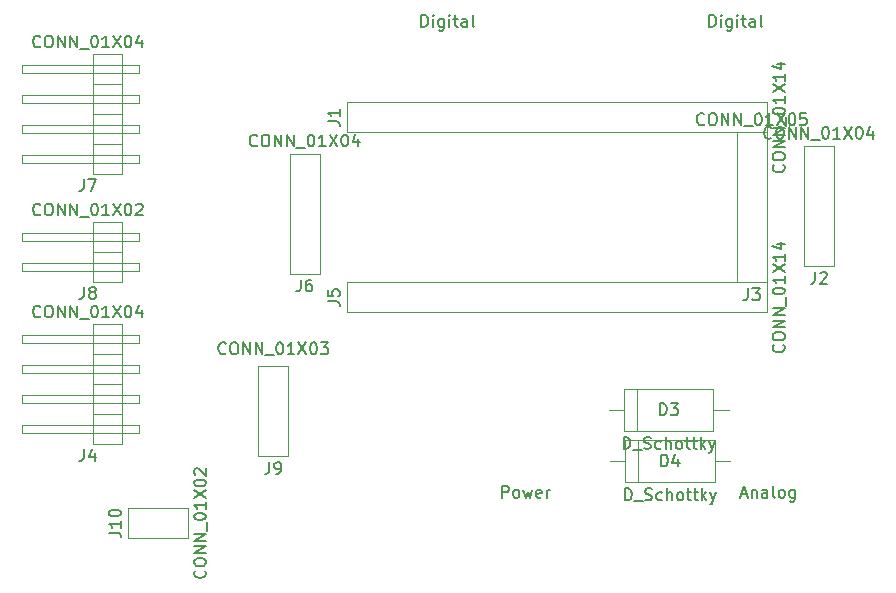
<source format=gbr>
G04 #@! TF.FileFunction,Other,Fab,Top*
%FSLAX46Y46*%
G04 Gerber Fmt 4.6, Leading zero omitted, Abs format (unit mm)*
G04 Created by KiCad (PCBNEW 4.0.6) date 06/20/17 12:27:11*
%MOMM*%
%LPD*%
G01*
G04 APERTURE LIST*
%ADD10C,0.100000*%
%ADD11C,0.150000*%
G04 APERTURE END LIST*
D10*
X132718000Y-89277000D02*
X168278000Y-89277000D01*
X168278000Y-89277000D02*
X168278000Y-86737000D01*
X168278000Y-86737000D02*
X132718000Y-86737000D01*
X132718000Y-86737000D02*
X132718000Y-89277000D01*
X173968000Y-100585000D02*
X173968000Y-90425000D01*
X173968000Y-90425000D02*
X171428000Y-90425000D01*
X171428000Y-90425000D02*
X171428000Y-100585000D01*
X171428000Y-100585000D02*
X173968000Y-100585000D01*
X168278000Y-101977000D02*
X168278000Y-89277000D01*
X168278000Y-89277000D02*
X165738000Y-89277000D01*
X165738000Y-89277000D02*
X165738000Y-101977000D01*
X165738000Y-101977000D02*
X168278000Y-101977000D01*
X132718000Y-104517000D02*
X168278000Y-104517000D01*
X168278000Y-104517000D02*
X168278000Y-101977000D01*
X168278000Y-101977000D02*
X132718000Y-101977000D01*
X132718000Y-101977000D02*
X132718000Y-104517000D01*
X130418000Y-101235000D02*
X130418000Y-91075000D01*
X130418000Y-91075000D02*
X127878000Y-91075000D01*
X127878000Y-91075000D02*
X127878000Y-101235000D01*
X127878000Y-101235000D02*
X130418000Y-101235000D01*
X113717000Y-92793200D02*
X113717000Y-90253200D01*
X113717000Y-90253200D02*
X111217000Y-90253200D01*
X111217000Y-90253200D02*
X111217000Y-92793200D01*
X111217000Y-92793200D02*
X113717000Y-92793200D01*
X115117000Y-91843200D02*
X115117000Y-91203200D01*
X115117000Y-91203200D02*
X105217000Y-91203200D01*
X105217000Y-91203200D02*
X105217000Y-91843200D01*
X105217000Y-91843200D02*
X115117000Y-91843200D01*
X113717000Y-90253200D02*
X113717000Y-87713200D01*
X113717000Y-87713200D02*
X111217000Y-87713200D01*
X111217000Y-87713200D02*
X111217000Y-90253200D01*
X111217000Y-90253200D02*
X113717000Y-90253200D01*
X115117000Y-89303200D02*
X115117000Y-88663200D01*
X115117000Y-88663200D02*
X105217000Y-88663200D01*
X105217000Y-88663200D02*
X105217000Y-89303200D01*
X105217000Y-89303200D02*
X115117000Y-89303200D01*
X113717000Y-87713200D02*
X113717000Y-85173200D01*
X113717000Y-85173200D02*
X111217000Y-85173200D01*
X111217000Y-85173200D02*
X111217000Y-87713200D01*
X111217000Y-87713200D02*
X113717000Y-87713200D01*
X115117000Y-86763200D02*
X115117000Y-86123200D01*
X115117000Y-86123200D02*
X105217000Y-86123200D01*
X105217000Y-86123200D02*
X105217000Y-86763200D01*
X105217000Y-86763200D02*
X115117000Y-86763200D01*
X113717000Y-85173200D02*
X113717000Y-82633200D01*
X113717000Y-82633200D02*
X111217000Y-82633200D01*
X111217000Y-82633200D02*
X111217000Y-85173200D01*
X111217000Y-85173200D02*
X113717000Y-85173200D01*
X115117000Y-84223200D02*
X115117000Y-83583200D01*
X115117000Y-83583200D02*
X105217000Y-83583200D01*
X105217000Y-83583200D02*
X105217000Y-84223200D01*
X105217000Y-84223200D02*
X115117000Y-84223200D01*
X113717000Y-101937000D02*
X113717000Y-99397000D01*
X113717000Y-99397000D02*
X111217000Y-99397000D01*
X111217000Y-99397000D02*
X111217000Y-101937000D01*
X111217000Y-101937000D02*
X113717000Y-101937000D01*
X115117000Y-100987000D02*
X115117000Y-100347000D01*
X115117000Y-100347000D02*
X105217000Y-100347000D01*
X105217000Y-100347000D02*
X105217000Y-100987000D01*
X105217000Y-100987000D02*
X115117000Y-100987000D01*
X113717000Y-99397000D02*
X113717000Y-96857000D01*
X113717000Y-96857000D02*
X111217000Y-96857000D01*
X111217000Y-96857000D02*
X111217000Y-99397000D01*
X111217000Y-99397000D02*
X113717000Y-99397000D01*
X115117000Y-98447000D02*
X115117000Y-97807000D01*
X115117000Y-97807000D02*
X105217000Y-97807000D01*
X105217000Y-97807000D02*
X105217000Y-98447000D01*
X105217000Y-98447000D02*
X115117000Y-98447000D01*
X113717000Y-115653000D02*
X113717000Y-113113000D01*
X113717000Y-113113000D02*
X111217000Y-113113000D01*
X111217000Y-113113000D02*
X111217000Y-115653000D01*
X111217000Y-115653000D02*
X113717000Y-115653000D01*
X115117000Y-114703000D02*
X115117000Y-114063000D01*
X115117000Y-114063000D02*
X105217000Y-114063000D01*
X105217000Y-114063000D02*
X105217000Y-114703000D01*
X105217000Y-114703000D02*
X115117000Y-114703000D01*
X113717000Y-113113000D02*
X113717000Y-110573000D01*
X113717000Y-110573000D02*
X111217000Y-110573000D01*
X111217000Y-110573000D02*
X111217000Y-113113000D01*
X111217000Y-113113000D02*
X113717000Y-113113000D01*
X115117000Y-112163000D02*
X115117000Y-111523000D01*
X115117000Y-111523000D02*
X105217000Y-111523000D01*
X105217000Y-111523000D02*
X105217000Y-112163000D01*
X105217000Y-112163000D02*
X115117000Y-112163000D01*
X113717000Y-110573000D02*
X113717000Y-108033000D01*
X113717000Y-108033000D02*
X111217000Y-108033000D01*
X111217000Y-108033000D02*
X111217000Y-110573000D01*
X111217000Y-110573000D02*
X113717000Y-110573000D01*
X115117000Y-109623000D02*
X115117000Y-108983000D01*
X115117000Y-108983000D02*
X105217000Y-108983000D01*
X105217000Y-108983000D02*
X105217000Y-109623000D01*
X105217000Y-109623000D02*
X115117000Y-109623000D01*
X113717000Y-108033000D02*
X113717000Y-105493000D01*
X113717000Y-105493000D02*
X111217000Y-105493000D01*
X111217000Y-105493000D02*
X111217000Y-108033000D01*
X111217000Y-108033000D02*
X113717000Y-108033000D01*
X115117000Y-107083000D02*
X115117000Y-106443000D01*
X115117000Y-106443000D02*
X105217000Y-106443000D01*
X105217000Y-106443000D02*
X105217000Y-107083000D01*
X105217000Y-107083000D02*
X115117000Y-107083000D01*
X127768000Y-116675000D02*
X127768000Y-109055000D01*
X127768000Y-109055000D02*
X125228000Y-109055000D01*
X125228000Y-109055000D02*
X125228000Y-116675000D01*
X125228000Y-116675000D02*
X127768000Y-116675000D01*
X114188000Y-123635000D02*
X119268000Y-123635000D01*
X119268000Y-123635000D02*
X119268000Y-121095000D01*
X119268000Y-121095000D02*
X114188000Y-121095000D01*
X114188000Y-121095000D02*
X114188000Y-123635000D01*
X156278000Y-115315000D02*
X156278000Y-118915000D01*
X156278000Y-118915000D02*
X163878000Y-118915000D01*
X163878000Y-118915000D02*
X163878000Y-115315000D01*
X163878000Y-115315000D02*
X156278000Y-115315000D01*
X154998000Y-117115000D02*
X156278000Y-117115000D01*
X165158000Y-117115000D02*
X163878000Y-117115000D01*
X157418000Y-115315000D02*
X157418000Y-118915000D01*
X156168000Y-110965000D02*
X156168000Y-114565000D01*
X156168000Y-114565000D02*
X163768000Y-114565000D01*
X163768000Y-114565000D02*
X163768000Y-110965000D01*
X163768000Y-110965000D02*
X156168000Y-110965000D01*
X154888000Y-112765000D02*
X156168000Y-112765000D01*
X165048000Y-112765000D02*
X163768000Y-112765000D01*
X157308000Y-110965000D02*
X157308000Y-114565000D01*
D11*
X145851809Y-120213381D02*
X145851809Y-119213381D01*
X146232762Y-119213381D01*
X146328000Y-119261000D01*
X146375619Y-119308619D01*
X146423238Y-119403857D01*
X146423238Y-119546714D01*
X146375619Y-119641952D01*
X146328000Y-119689571D01*
X146232762Y-119737190D01*
X145851809Y-119737190D01*
X146994666Y-120213381D02*
X146899428Y-120165762D01*
X146851809Y-120118143D01*
X146804190Y-120022905D01*
X146804190Y-119737190D01*
X146851809Y-119641952D01*
X146899428Y-119594333D01*
X146994666Y-119546714D01*
X147137524Y-119546714D01*
X147232762Y-119594333D01*
X147280381Y-119641952D01*
X147328000Y-119737190D01*
X147328000Y-120022905D01*
X147280381Y-120118143D01*
X147232762Y-120165762D01*
X147137524Y-120213381D01*
X146994666Y-120213381D01*
X147661333Y-119546714D02*
X147851809Y-120213381D01*
X148042286Y-119737190D01*
X148232762Y-120213381D01*
X148423238Y-119546714D01*
X149185143Y-120165762D02*
X149089905Y-120213381D01*
X148899428Y-120213381D01*
X148804190Y-120165762D01*
X148756571Y-120070524D01*
X148756571Y-119689571D01*
X148804190Y-119594333D01*
X148899428Y-119546714D01*
X149089905Y-119546714D01*
X149185143Y-119594333D01*
X149232762Y-119689571D01*
X149232762Y-119784810D01*
X148756571Y-119880048D01*
X149661333Y-120213381D02*
X149661333Y-119546714D01*
X149661333Y-119737190D02*
X149708952Y-119641952D01*
X149756571Y-119594333D01*
X149851809Y-119546714D01*
X149947048Y-119546714D01*
X166092476Y-119927667D02*
X166568667Y-119927667D01*
X165997238Y-120213381D02*
X166330571Y-119213381D01*
X166663905Y-120213381D01*
X166997238Y-119546714D02*
X166997238Y-120213381D01*
X166997238Y-119641952D02*
X167044857Y-119594333D01*
X167140095Y-119546714D01*
X167282953Y-119546714D01*
X167378191Y-119594333D01*
X167425810Y-119689571D01*
X167425810Y-120213381D01*
X168330572Y-120213381D02*
X168330572Y-119689571D01*
X168282953Y-119594333D01*
X168187715Y-119546714D01*
X167997238Y-119546714D01*
X167902000Y-119594333D01*
X168330572Y-120165762D02*
X168235334Y-120213381D01*
X167997238Y-120213381D01*
X167902000Y-120165762D01*
X167854381Y-120070524D01*
X167854381Y-119975286D01*
X167902000Y-119880048D01*
X167997238Y-119832429D01*
X168235334Y-119832429D01*
X168330572Y-119784810D01*
X168949619Y-120213381D02*
X168854381Y-120165762D01*
X168806762Y-120070524D01*
X168806762Y-119213381D01*
X169473429Y-120213381D02*
X169378191Y-120165762D01*
X169330572Y-120118143D01*
X169282953Y-120022905D01*
X169282953Y-119737190D01*
X169330572Y-119641952D01*
X169378191Y-119594333D01*
X169473429Y-119546714D01*
X169616287Y-119546714D01*
X169711525Y-119594333D01*
X169759144Y-119641952D01*
X169806763Y-119737190D01*
X169806763Y-120022905D01*
X169759144Y-120118143D01*
X169711525Y-120165762D01*
X169616287Y-120213381D01*
X169473429Y-120213381D01*
X170663906Y-119546714D02*
X170663906Y-120356238D01*
X170616287Y-120451476D01*
X170568668Y-120499095D01*
X170473429Y-120546714D01*
X170330572Y-120546714D01*
X170235334Y-120499095D01*
X170663906Y-120165762D02*
X170568668Y-120213381D01*
X170378191Y-120213381D01*
X170282953Y-120165762D01*
X170235334Y-120118143D01*
X170187715Y-120022905D01*
X170187715Y-119737190D01*
X170235334Y-119641952D01*
X170282953Y-119594333D01*
X170378191Y-119546714D01*
X170568668Y-119546714D01*
X170663906Y-119594333D01*
X139033524Y-80335381D02*
X139033524Y-79335381D01*
X139271619Y-79335381D01*
X139414477Y-79383000D01*
X139509715Y-79478238D01*
X139557334Y-79573476D01*
X139604953Y-79763952D01*
X139604953Y-79906810D01*
X139557334Y-80097286D01*
X139509715Y-80192524D01*
X139414477Y-80287762D01*
X139271619Y-80335381D01*
X139033524Y-80335381D01*
X140033524Y-80335381D02*
X140033524Y-79668714D01*
X140033524Y-79335381D02*
X139985905Y-79383000D01*
X140033524Y-79430619D01*
X140081143Y-79383000D01*
X140033524Y-79335381D01*
X140033524Y-79430619D01*
X140938286Y-79668714D02*
X140938286Y-80478238D01*
X140890667Y-80573476D01*
X140843048Y-80621095D01*
X140747809Y-80668714D01*
X140604952Y-80668714D01*
X140509714Y-80621095D01*
X140938286Y-80287762D02*
X140843048Y-80335381D01*
X140652571Y-80335381D01*
X140557333Y-80287762D01*
X140509714Y-80240143D01*
X140462095Y-80144905D01*
X140462095Y-79859190D01*
X140509714Y-79763952D01*
X140557333Y-79716333D01*
X140652571Y-79668714D01*
X140843048Y-79668714D01*
X140938286Y-79716333D01*
X141414476Y-80335381D02*
X141414476Y-79668714D01*
X141414476Y-79335381D02*
X141366857Y-79383000D01*
X141414476Y-79430619D01*
X141462095Y-79383000D01*
X141414476Y-79335381D01*
X141414476Y-79430619D01*
X141747809Y-79668714D02*
X142128761Y-79668714D01*
X141890666Y-79335381D02*
X141890666Y-80192524D01*
X141938285Y-80287762D01*
X142033523Y-80335381D01*
X142128761Y-80335381D01*
X142890667Y-80335381D02*
X142890667Y-79811571D01*
X142843048Y-79716333D01*
X142747810Y-79668714D01*
X142557333Y-79668714D01*
X142462095Y-79716333D01*
X142890667Y-80287762D02*
X142795429Y-80335381D01*
X142557333Y-80335381D01*
X142462095Y-80287762D01*
X142414476Y-80192524D01*
X142414476Y-80097286D01*
X142462095Y-80002048D01*
X142557333Y-79954429D01*
X142795429Y-79954429D01*
X142890667Y-79906810D01*
X143509714Y-80335381D02*
X143414476Y-80287762D01*
X143366857Y-80192524D01*
X143366857Y-79335381D01*
X163417524Y-80335381D02*
X163417524Y-79335381D01*
X163655619Y-79335381D01*
X163798477Y-79383000D01*
X163893715Y-79478238D01*
X163941334Y-79573476D01*
X163988953Y-79763952D01*
X163988953Y-79906810D01*
X163941334Y-80097286D01*
X163893715Y-80192524D01*
X163798477Y-80287762D01*
X163655619Y-80335381D01*
X163417524Y-80335381D01*
X164417524Y-80335381D02*
X164417524Y-79668714D01*
X164417524Y-79335381D02*
X164369905Y-79383000D01*
X164417524Y-79430619D01*
X164465143Y-79383000D01*
X164417524Y-79335381D01*
X164417524Y-79430619D01*
X165322286Y-79668714D02*
X165322286Y-80478238D01*
X165274667Y-80573476D01*
X165227048Y-80621095D01*
X165131809Y-80668714D01*
X164988952Y-80668714D01*
X164893714Y-80621095D01*
X165322286Y-80287762D02*
X165227048Y-80335381D01*
X165036571Y-80335381D01*
X164941333Y-80287762D01*
X164893714Y-80240143D01*
X164846095Y-80144905D01*
X164846095Y-79859190D01*
X164893714Y-79763952D01*
X164941333Y-79716333D01*
X165036571Y-79668714D01*
X165227048Y-79668714D01*
X165322286Y-79716333D01*
X165798476Y-80335381D02*
X165798476Y-79668714D01*
X165798476Y-79335381D02*
X165750857Y-79383000D01*
X165798476Y-79430619D01*
X165846095Y-79383000D01*
X165798476Y-79335381D01*
X165798476Y-79430619D01*
X166131809Y-79668714D02*
X166512761Y-79668714D01*
X166274666Y-79335381D02*
X166274666Y-80192524D01*
X166322285Y-80287762D01*
X166417523Y-80335381D01*
X166512761Y-80335381D01*
X167274667Y-80335381D02*
X167274667Y-79811571D01*
X167227048Y-79716333D01*
X167131810Y-79668714D01*
X166941333Y-79668714D01*
X166846095Y-79716333D01*
X167274667Y-80287762D02*
X167179429Y-80335381D01*
X166941333Y-80335381D01*
X166846095Y-80287762D01*
X166798476Y-80192524D01*
X166798476Y-80097286D01*
X166846095Y-80002048D01*
X166941333Y-79954429D01*
X167179429Y-79954429D01*
X167274667Y-79906810D01*
X167893714Y-80335381D02*
X167798476Y-80287762D01*
X167750857Y-80192524D01*
X167750857Y-79335381D01*
X169695143Y-92030809D02*
X169742762Y-92078428D01*
X169790381Y-92221285D01*
X169790381Y-92316523D01*
X169742762Y-92459381D01*
X169647524Y-92554619D01*
X169552286Y-92602238D01*
X169361810Y-92649857D01*
X169218952Y-92649857D01*
X169028476Y-92602238D01*
X168933238Y-92554619D01*
X168838000Y-92459381D01*
X168790381Y-92316523D01*
X168790381Y-92221285D01*
X168838000Y-92078428D01*
X168885619Y-92030809D01*
X168790381Y-91411762D02*
X168790381Y-91221285D01*
X168838000Y-91126047D01*
X168933238Y-91030809D01*
X169123714Y-90983190D01*
X169457048Y-90983190D01*
X169647524Y-91030809D01*
X169742762Y-91126047D01*
X169790381Y-91221285D01*
X169790381Y-91411762D01*
X169742762Y-91507000D01*
X169647524Y-91602238D01*
X169457048Y-91649857D01*
X169123714Y-91649857D01*
X168933238Y-91602238D01*
X168838000Y-91507000D01*
X168790381Y-91411762D01*
X169790381Y-90554619D02*
X168790381Y-90554619D01*
X169790381Y-89983190D01*
X168790381Y-89983190D01*
X169790381Y-89507000D02*
X168790381Y-89507000D01*
X169790381Y-88935571D01*
X168790381Y-88935571D01*
X169885619Y-88697476D02*
X169885619Y-87935571D01*
X168790381Y-87507000D02*
X168790381Y-87411761D01*
X168838000Y-87316523D01*
X168885619Y-87268904D01*
X168980857Y-87221285D01*
X169171333Y-87173666D01*
X169409429Y-87173666D01*
X169599905Y-87221285D01*
X169695143Y-87268904D01*
X169742762Y-87316523D01*
X169790381Y-87411761D01*
X169790381Y-87507000D01*
X169742762Y-87602238D01*
X169695143Y-87649857D01*
X169599905Y-87697476D01*
X169409429Y-87745095D01*
X169171333Y-87745095D01*
X168980857Y-87697476D01*
X168885619Y-87649857D01*
X168838000Y-87602238D01*
X168790381Y-87507000D01*
X169790381Y-86221285D02*
X169790381Y-86792714D01*
X169790381Y-86507000D02*
X168790381Y-86507000D01*
X168933238Y-86602238D01*
X169028476Y-86697476D01*
X169076095Y-86792714D01*
X168790381Y-85887952D02*
X169790381Y-85221285D01*
X168790381Y-85221285D02*
X169790381Y-85887952D01*
X169790381Y-84316523D02*
X169790381Y-84887952D01*
X169790381Y-84602238D02*
X168790381Y-84602238D01*
X168933238Y-84697476D01*
X169028476Y-84792714D01*
X169076095Y-84887952D01*
X169123714Y-83459380D02*
X169790381Y-83459380D01*
X168742762Y-83697476D02*
X169457048Y-83935571D01*
X169457048Y-83316523D01*
X131110381Y-88340333D02*
X131824667Y-88340333D01*
X131967524Y-88387953D01*
X132062762Y-88483191D01*
X132110381Y-88626048D01*
X132110381Y-88721286D01*
X132110381Y-87340333D02*
X132110381Y-87911762D01*
X132110381Y-87626048D02*
X131110381Y-87626048D01*
X131253238Y-87721286D01*
X131348476Y-87816524D01*
X131396095Y-87911762D01*
X168674191Y-89722143D02*
X168626572Y-89769762D01*
X168483715Y-89817381D01*
X168388477Y-89817381D01*
X168245619Y-89769762D01*
X168150381Y-89674524D01*
X168102762Y-89579286D01*
X168055143Y-89388810D01*
X168055143Y-89245952D01*
X168102762Y-89055476D01*
X168150381Y-88960238D01*
X168245619Y-88865000D01*
X168388477Y-88817381D01*
X168483715Y-88817381D01*
X168626572Y-88865000D01*
X168674191Y-88912619D01*
X169293238Y-88817381D02*
X169483715Y-88817381D01*
X169578953Y-88865000D01*
X169674191Y-88960238D01*
X169721810Y-89150714D01*
X169721810Y-89484048D01*
X169674191Y-89674524D01*
X169578953Y-89769762D01*
X169483715Y-89817381D01*
X169293238Y-89817381D01*
X169198000Y-89769762D01*
X169102762Y-89674524D01*
X169055143Y-89484048D01*
X169055143Y-89150714D01*
X169102762Y-88960238D01*
X169198000Y-88865000D01*
X169293238Y-88817381D01*
X170150381Y-89817381D02*
X170150381Y-88817381D01*
X170721810Y-89817381D01*
X170721810Y-88817381D01*
X171198000Y-89817381D02*
X171198000Y-88817381D01*
X171769429Y-89817381D01*
X171769429Y-88817381D01*
X172007524Y-89912619D02*
X172769429Y-89912619D01*
X173198000Y-88817381D02*
X173293239Y-88817381D01*
X173388477Y-88865000D01*
X173436096Y-88912619D01*
X173483715Y-89007857D01*
X173531334Y-89198333D01*
X173531334Y-89436429D01*
X173483715Y-89626905D01*
X173436096Y-89722143D01*
X173388477Y-89769762D01*
X173293239Y-89817381D01*
X173198000Y-89817381D01*
X173102762Y-89769762D01*
X173055143Y-89722143D01*
X173007524Y-89626905D01*
X172959905Y-89436429D01*
X172959905Y-89198333D01*
X173007524Y-89007857D01*
X173055143Y-88912619D01*
X173102762Y-88865000D01*
X173198000Y-88817381D01*
X174483715Y-89817381D02*
X173912286Y-89817381D01*
X174198000Y-89817381D02*
X174198000Y-88817381D01*
X174102762Y-88960238D01*
X174007524Y-89055476D01*
X173912286Y-89103095D01*
X174817048Y-88817381D02*
X175483715Y-89817381D01*
X175483715Y-88817381D02*
X174817048Y-89817381D01*
X176055143Y-88817381D02*
X176150382Y-88817381D01*
X176245620Y-88865000D01*
X176293239Y-88912619D01*
X176340858Y-89007857D01*
X176388477Y-89198333D01*
X176388477Y-89436429D01*
X176340858Y-89626905D01*
X176293239Y-89722143D01*
X176245620Y-89769762D01*
X176150382Y-89817381D01*
X176055143Y-89817381D01*
X175959905Y-89769762D01*
X175912286Y-89722143D01*
X175864667Y-89626905D01*
X175817048Y-89436429D01*
X175817048Y-89198333D01*
X175864667Y-89007857D01*
X175912286Y-88912619D01*
X175959905Y-88865000D01*
X176055143Y-88817381D01*
X177245620Y-89150714D02*
X177245620Y-89817381D01*
X177007524Y-88769762D02*
X176769429Y-89484048D01*
X177388477Y-89484048D01*
X172364667Y-101097381D02*
X172364667Y-101811667D01*
X172317047Y-101954524D01*
X172221809Y-102049762D01*
X172078952Y-102097381D01*
X171983714Y-102097381D01*
X172793238Y-101192619D02*
X172840857Y-101145000D01*
X172936095Y-101097381D01*
X173174191Y-101097381D01*
X173269429Y-101145000D01*
X173317048Y-101192619D01*
X173364667Y-101287857D01*
X173364667Y-101383095D01*
X173317048Y-101525952D01*
X172745619Y-102097381D01*
X173364667Y-102097381D01*
X162984191Y-88574143D02*
X162936572Y-88621762D01*
X162793715Y-88669381D01*
X162698477Y-88669381D01*
X162555619Y-88621762D01*
X162460381Y-88526524D01*
X162412762Y-88431286D01*
X162365143Y-88240810D01*
X162365143Y-88097952D01*
X162412762Y-87907476D01*
X162460381Y-87812238D01*
X162555619Y-87717000D01*
X162698477Y-87669381D01*
X162793715Y-87669381D01*
X162936572Y-87717000D01*
X162984191Y-87764619D01*
X163603238Y-87669381D02*
X163793715Y-87669381D01*
X163888953Y-87717000D01*
X163984191Y-87812238D01*
X164031810Y-88002714D01*
X164031810Y-88336048D01*
X163984191Y-88526524D01*
X163888953Y-88621762D01*
X163793715Y-88669381D01*
X163603238Y-88669381D01*
X163508000Y-88621762D01*
X163412762Y-88526524D01*
X163365143Y-88336048D01*
X163365143Y-88002714D01*
X163412762Y-87812238D01*
X163508000Y-87717000D01*
X163603238Y-87669381D01*
X164460381Y-88669381D02*
X164460381Y-87669381D01*
X165031810Y-88669381D01*
X165031810Y-87669381D01*
X165508000Y-88669381D02*
X165508000Y-87669381D01*
X166079429Y-88669381D01*
X166079429Y-87669381D01*
X166317524Y-88764619D02*
X167079429Y-88764619D01*
X167508000Y-87669381D02*
X167603239Y-87669381D01*
X167698477Y-87717000D01*
X167746096Y-87764619D01*
X167793715Y-87859857D01*
X167841334Y-88050333D01*
X167841334Y-88288429D01*
X167793715Y-88478905D01*
X167746096Y-88574143D01*
X167698477Y-88621762D01*
X167603239Y-88669381D01*
X167508000Y-88669381D01*
X167412762Y-88621762D01*
X167365143Y-88574143D01*
X167317524Y-88478905D01*
X167269905Y-88288429D01*
X167269905Y-88050333D01*
X167317524Y-87859857D01*
X167365143Y-87764619D01*
X167412762Y-87717000D01*
X167508000Y-87669381D01*
X168793715Y-88669381D02*
X168222286Y-88669381D01*
X168508000Y-88669381D02*
X168508000Y-87669381D01*
X168412762Y-87812238D01*
X168317524Y-87907476D01*
X168222286Y-87955095D01*
X169127048Y-87669381D02*
X169793715Y-88669381D01*
X169793715Y-87669381D02*
X169127048Y-88669381D01*
X170365143Y-87669381D02*
X170460382Y-87669381D01*
X170555620Y-87717000D01*
X170603239Y-87764619D01*
X170650858Y-87859857D01*
X170698477Y-88050333D01*
X170698477Y-88288429D01*
X170650858Y-88478905D01*
X170603239Y-88574143D01*
X170555620Y-88621762D01*
X170460382Y-88669381D01*
X170365143Y-88669381D01*
X170269905Y-88621762D01*
X170222286Y-88574143D01*
X170174667Y-88478905D01*
X170127048Y-88288429D01*
X170127048Y-88050333D01*
X170174667Y-87859857D01*
X170222286Y-87764619D01*
X170269905Y-87717000D01*
X170365143Y-87669381D01*
X171603239Y-87669381D02*
X171127048Y-87669381D01*
X171079429Y-88145571D01*
X171127048Y-88097952D01*
X171222286Y-88050333D01*
X171460382Y-88050333D01*
X171555620Y-88097952D01*
X171603239Y-88145571D01*
X171650858Y-88240810D01*
X171650858Y-88478905D01*
X171603239Y-88574143D01*
X171555620Y-88621762D01*
X171460382Y-88669381D01*
X171222286Y-88669381D01*
X171127048Y-88621762D01*
X171079429Y-88574143D01*
X166674667Y-102489381D02*
X166674667Y-103203667D01*
X166627047Y-103346524D01*
X166531809Y-103441762D01*
X166388952Y-103489381D01*
X166293714Y-103489381D01*
X167055619Y-102489381D02*
X167674667Y-102489381D01*
X167341333Y-102870333D01*
X167484191Y-102870333D01*
X167579429Y-102917952D01*
X167627048Y-102965571D01*
X167674667Y-103060810D01*
X167674667Y-103298905D01*
X167627048Y-103394143D01*
X167579429Y-103441762D01*
X167484191Y-103489381D01*
X167198476Y-103489381D01*
X167103238Y-103441762D01*
X167055619Y-103394143D01*
X169695143Y-107270809D02*
X169742762Y-107318428D01*
X169790381Y-107461285D01*
X169790381Y-107556523D01*
X169742762Y-107699381D01*
X169647524Y-107794619D01*
X169552286Y-107842238D01*
X169361810Y-107889857D01*
X169218952Y-107889857D01*
X169028476Y-107842238D01*
X168933238Y-107794619D01*
X168838000Y-107699381D01*
X168790381Y-107556523D01*
X168790381Y-107461285D01*
X168838000Y-107318428D01*
X168885619Y-107270809D01*
X168790381Y-106651762D02*
X168790381Y-106461285D01*
X168838000Y-106366047D01*
X168933238Y-106270809D01*
X169123714Y-106223190D01*
X169457048Y-106223190D01*
X169647524Y-106270809D01*
X169742762Y-106366047D01*
X169790381Y-106461285D01*
X169790381Y-106651762D01*
X169742762Y-106747000D01*
X169647524Y-106842238D01*
X169457048Y-106889857D01*
X169123714Y-106889857D01*
X168933238Y-106842238D01*
X168838000Y-106747000D01*
X168790381Y-106651762D01*
X169790381Y-105794619D02*
X168790381Y-105794619D01*
X169790381Y-105223190D01*
X168790381Y-105223190D01*
X169790381Y-104747000D02*
X168790381Y-104747000D01*
X169790381Y-104175571D01*
X168790381Y-104175571D01*
X169885619Y-103937476D02*
X169885619Y-103175571D01*
X168790381Y-102747000D02*
X168790381Y-102651761D01*
X168838000Y-102556523D01*
X168885619Y-102508904D01*
X168980857Y-102461285D01*
X169171333Y-102413666D01*
X169409429Y-102413666D01*
X169599905Y-102461285D01*
X169695143Y-102508904D01*
X169742762Y-102556523D01*
X169790381Y-102651761D01*
X169790381Y-102747000D01*
X169742762Y-102842238D01*
X169695143Y-102889857D01*
X169599905Y-102937476D01*
X169409429Y-102985095D01*
X169171333Y-102985095D01*
X168980857Y-102937476D01*
X168885619Y-102889857D01*
X168838000Y-102842238D01*
X168790381Y-102747000D01*
X169790381Y-101461285D02*
X169790381Y-102032714D01*
X169790381Y-101747000D02*
X168790381Y-101747000D01*
X168933238Y-101842238D01*
X169028476Y-101937476D01*
X169076095Y-102032714D01*
X168790381Y-101127952D02*
X169790381Y-100461285D01*
X168790381Y-100461285D02*
X169790381Y-101127952D01*
X169790381Y-99556523D02*
X169790381Y-100127952D01*
X169790381Y-99842238D02*
X168790381Y-99842238D01*
X168933238Y-99937476D01*
X169028476Y-100032714D01*
X169076095Y-100127952D01*
X169123714Y-98699380D02*
X169790381Y-98699380D01*
X168742762Y-98937476D02*
X169457048Y-99175571D01*
X169457048Y-98556523D01*
X131110381Y-103580333D02*
X131824667Y-103580333D01*
X131967524Y-103627953D01*
X132062762Y-103723191D01*
X132110381Y-103866048D01*
X132110381Y-103961286D01*
X131110381Y-102627952D02*
X131110381Y-103104143D01*
X131586571Y-103151762D01*
X131538952Y-103104143D01*
X131491333Y-103008905D01*
X131491333Y-102770809D01*
X131538952Y-102675571D01*
X131586571Y-102627952D01*
X131681810Y-102580333D01*
X131919905Y-102580333D01*
X132015143Y-102627952D01*
X132062762Y-102675571D01*
X132110381Y-102770809D01*
X132110381Y-103008905D01*
X132062762Y-103104143D01*
X132015143Y-103151762D01*
X125124191Y-90372143D02*
X125076572Y-90419762D01*
X124933715Y-90467381D01*
X124838477Y-90467381D01*
X124695619Y-90419762D01*
X124600381Y-90324524D01*
X124552762Y-90229286D01*
X124505143Y-90038810D01*
X124505143Y-89895952D01*
X124552762Y-89705476D01*
X124600381Y-89610238D01*
X124695619Y-89515000D01*
X124838477Y-89467381D01*
X124933715Y-89467381D01*
X125076572Y-89515000D01*
X125124191Y-89562619D01*
X125743238Y-89467381D02*
X125933715Y-89467381D01*
X126028953Y-89515000D01*
X126124191Y-89610238D01*
X126171810Y-89800714D01*
X126171810Y-90134048D01*
X126124191Y-90324524D01*
X126028953Y-90419762D01*
X125933715Y-90467381D01*
X125743238Y-90467381D01*
X125648000Y-90419762D01*
X125552762Y-90324524D01*
X125505143Y-90134048D01*
X125505143Y-89800714D01*
X125552762Y-89610238D01*
X125648000Y-89515000D01*
X125743238Y-89467381D01*
X126600381Y-90467381D02*
X126600381Y-89467381D01*
X127171810Y-90467381D01*
X127171810Y-89467381D01*
X127648000Y-90467381D02*
X127648000Y-89467381D01*
X128219429Y-90467381D01*
X128219429Y-89467381D01*
X128457524Y-90562619D02*
X129219429Y-90562619D01*
X129648000Y-89467381D02*
X129743239Y-89467381D01*
X129838477Y-89515000D01*
X129886096Y-89562619D01*
X129933715Y-89657857D01*
X129981334Y-89848333D01*
X129981334Y-90086429D01*
X129933715Y-90276905D01*
X129886096Y-90372143D01*
X129838477Y-90419762D01*
X129743239Y-90467381D01*
X129648000Y-90467381D01*
X129552762Y-90419762D01*
X129505143Y-90372143D01*
X129457524Y-90276905D01*
X129409905Y-90086429D01*
X129409905Y-89848333D01*
X129457524Y-89657857D01*
X129505143Y-89562619D01*
X129552762Y-89515000D01*
X129648000Y-89467381D01*
X130933715Y-90467381D02*
X130362286Y-90467381D01*
X130648000Y-90467381D02*
X130648000Y-89467381D01*
X130552762Y-89610238D01*
X130457524Y-89705476D01*
X130362286Y-89753095D01*
X131267048Y-89467381D02*
X131933715Y-90467381D01*
X131933715Y-89467381D02*
X131267048Y-90467381D01*
X132505143Y-89467381D02*
X132600382Y-89467381D01*
X132695620Y-89515000D01*
X132743239Y-89562619D01*
X132790858Y-89657857D01*
X132838477Y-89848333D01*
X132838477Y-90086429D01*
X132790858Y-90276905D01*
X132743239Y-90372143D01*
X132695620Y-90419762D01*
X132600382Y-90467381D01*
X132505143Y-90467381D01*
X132409905Y-90419762D01*
X132362286Y-90372143D01*
X132314667Y-90276905D01*
X132267048Y-90086429D01*
X132267048Y-89848333D01*
X132314667Y-89657857D01*
X132362286Y-89562619D01*
X132409905Y-89515000D01*
X132505143Y-89467381D01*
X133695620Y-89800714D02*
X133695620Y-90467381D01*
X133457524Y-89419762D02*
X133219429Y-90134048D01*
X133838477Y-90134048D01*
X128814667Y-101747381D02*
X128814667Y-102461667D01*
X128767047Y-102604524D01*
X128671809Y-102699762D01*
X128528952Y-102747381D01*
X128433714Y-102747381D01*
X129719429Y-101747381D02*
X129528952Y-101747381D01*
X129433714Y-101795000D01*
X129386095Y-101842619D01*
X129290857Y-101985476D01*
X129243238Y-102175952D01*
X129243238Y-102556905D01*
X129290857Y-102652143D01*
X129338476Y-102699762D01*
X129433714Y-102747381D01*
X129624191Y-102747381D01*
X129719429Y-102699762D01*
X129767048Y-102652143D01*
X129814667Y-102556905D01*
X129814667Y-102318810D01*
X129767048Y-102223571D01*
X129719429Y-102175952D01*
X129624191Y-102128333D01*
X129433714Y-102128333D01*
X129338476Y-102175952D01*
X129290857Y-102223571D01*
X129243238Y-102318810D01*
X106778191Y-81990343D02*
X106730572Y-82037962D01*
X106587715Y-82085581D01*
X106492477Y-82085581D01*
X106349619Y-82037962D01*
X106254381Y-81942724D01*
X106206762Y-81847486D01*
X106159143Y-81657010D01*
X106159143Y-81514152D01*
X106206762Y-81323676D01*
X106254381Y-81228438D01*
X106349619Y-81133200D01*
X106492477Y-81085581D01*
X106587715Y-81085581D01*
X106730572Y-81133200D01*
X106778191Y-81180819D01*
X107397238Y-81085581D02*
X107587715Y-81085581D01*
X107682953Y-81133200D01*
X107778191Y-81228438D01*
X107825810Y-81418914D01*
X107825810Y-81752248D01*
X107778191Y-81942724D01*
X107682953Y-82037962D01*
X107587715Y-82085581D01*
X107397238Y-82085581D01*
X107302000Y-82037962D01*
X107206762Y-81942724D01*
X107159143Y-81752248D01*
X107159143Y-81418914D01*
X107206762Y-81228438D01*
X107302000Y-81133200D01*
X107397238Y-81085581D01*
X108254381Y-82085581D02*
X108254381Y-81085581D01*
X108825810Y-82085581D01*
X108825810Y-81085581D01*
X109302000Y-82085581D02*
X109302000Y-81085581D01*
X109873429Y-82085581D01*
X109873429Y-81085581D01*
X110111524Y-82180819D02*
X110873429Y-82180819D01*
X111302000Y-81085581D02*
X111397239Y-81085581D01*
X111492477Y-81133200D01*
X111540096Y-81180819D01*
X111587715Y-81276057D01*
X111635334Y-81466533D01*
X111635334Y-81704629D01*
X111587715Y-81895105D01*
X111540096Y-81990343D01*
X111492477Y-82037962D01*
X111397239Y-82085581D01*
X111302000Y-82085581D01*
X111206762Y-82037962D01*
X111159143Y-81990343D01*
X111111524Y-81895105D01*
X111063905Y-81704629D01*
X111063905Y-81466533D01*
X111111524Y-81276057D01*
X111159143Y-81180819D01*
X111206762Y-81133200D01*
X111302000Y-81085581D01*
X112587715Y-82085581D02*
X112016286Y-82085581D01*
X112302000Y-82085581D02*
X112302000Y-81085581D01*
X112206762Y-81228438D01*
X112111524Y-81323676D01*
X112016286Y-81371295D01*
X112921048Y-81085581D02*
X113587715Y-82085581D01*
X113587715Y-81085581D02*
X112921048Y-82085581D01*
X114159143Y-81085581D02*
X114254382Y-81085581D01*
X114349620Y-81133200D01*
X114397239Y-81180819D01*
X114444858Y-81276057D01*
X114492477Y-81466533D01*
X114492477Y-81704629D01*
X114444858Y-81895105D01*
X114397239Y-81990343D01*
X114349620Y-82037962D01*
X114254382Y-82085581D01*
X114159143Y-82085581D01*
X114063905Y-82037962D01*
X114016286Y-81990343D01*
X113968667Y-81895105D01*
X113921048Y-81704629D01*
X113921048Y-81466533D01*
X113968667Y-81276057D01*
X114016286Y-81180819D01*
X114063905Y-81133200D01*
X114159143Y-81085581D01*
X115349620Y-81418914D02*
X115349620Y-82085581D01*
X115111524Y-81037962D02*
X114873429Y-81752248D01*
X115492477Y-81752248D01*
X110468667Y-93245581D02*
X110468667Y-93959867D01*
X110421047Y-94102724D01*
X110325809Y-94197962D01*
X110182952Y-94245581D01*
X110087714Y-94245581D01*
X110849619Y-93245581D02*
X111516286Y-93245581D01*
X111087714Y-94245581D01*
X106778191Y-96214143D02*
X106730572Y-96261762D01*
X106587715Y-96309381D01*
X106492477Y-96309381D01*
X106349619Y-96261762D01*
X106254381Y-96166524D01*
X106206762Y-96071286D01*
X106159143Y-95880810D01*
X106159143Y-95737952D01*
X106206762Y-95547476D01*
X106254381Y-95452238D01*
X106349619Y-95357000D01*
X106492477Y-95309381D01*
X106587715Y-95309381D01*
X106730572Y-95357000D01*
X106778191Y-95404619D01*
X107397238Y-95309381D02*
X107587715Y-95309381D01*
X107682953Y-95357000D01*
X107778191Y-95452238D01*
X107825810Y-95642714D01*
X107825810Y-95976048D01*
X107778191Y-96166524D01*
X107682953Y-96261762D01*
X107587715Y-96309381D01*
X107397238Y-96309381D01*
X107302000Y-96261762D01*
X107206762Y-96166524D01*
X107159143Y-95976048D01*
X107159143Y-95642714D01*
X107206762Y-95452238D01*
X107302000Y-95357000D01*
X107397238Y-95309381D01*
X108254381Y-96309381D02*
X108254381Y-95309381D01*
X108825810Y-96309381D01*
X108825810Y-95309381D01*
X109302000Y-96309381D02*
X109302000Y-95309381D01*
X109873429Y-96309381D01*
X109873429Y-95309381D01*
X110111524Y-96404619D02*
X110873429Y-96404619D01*
X111302000Y-95309381D02*
X111397239Y-95309381D01*
X111492477Y-95357000D01*
X111540096Y-95404619D01*
X111587715Y-95499857D01*
X111635334Y-95690333D01*
X111635334Y-95928429D01*
X111587715Y-96118905D01*
X111540096Y-96214143D01*
X111492477Y-96261762D01*
X111397239Y-96309381D01*
X111302000Y-96309381D01*
X111206762Y-96261762D01*
X111159143Y-96214143D01*
X111111524Y-96118905D01*
X111063905Y-95928429D01*
X111063905Y-95690333D01*
X111111524Y-95499857D01*
X111159143Y-95404619D01*
X111206762Y-95357000D01*
X111302000Y-95309381D01*
X112587715Y-96309381D02*
X112016286Y-96309381D01*
X112302000Y-96309381D02*
X112302000Y-95309381D01*
X112206762Y-95452238D01*
X112111524Y-95547476D01*
X112016286Y-95595095D01*
X112921048Y-95309381D02*
X113587715Y-96309381D01*
X113587715Y-95309381D02*
X112921048Y-96309381D01*
X114159143Y-95309381D02*
X114254382Y-95309381D01*
X114349620Y-95357000D01*
X114397239Y-95404619D01*
X114444858Y-95499857D01*
X114492477Y-95690333D01*
X114492477Y-95928429D01*
X114444858Y-96118905D01*
X114397239Y-96214143D01*
X114349620Y-96261762D01*
X114254382Y-96309381D01*
X114159143Y-96309381D01*
X114063905Y-96261762D01*
X114016286Y-96214143D01*
X113968667Y-96118905D01*
X113921048Y-95928429D01*
X113921048Y-95690333D01*
X113968667Y-95499857D01*
X114016286Y-95404619D01*
X114063905Y-95357000D01*
X114159143Y-95309381D01*
X114873429Y-95404619D02*
X114921048Y-95357000D01*
X115016286Y-95309381D01*
X115254382Y-95309381D01*
X115349620Y-95357000D01*
X115397239Y-95404619D01*
X115444858Y-95499857D01*
X115444858Y-95595095D01*
X115397239Y-95737952D01*
X114825810Y-96309381D01*
X115444858Y-96309381D01*
X110468667Y-102389381D02*
X110468667Y-103103667D01*
X110421047Y-103246524D01*
X110325809Y-103341762D01*
X110182952Y-103389381D01*
X110087714Y-103389381D01*
X111087714Y-102817952D02*
X110992476Y-102770333D01*
X110944857Y-102722714D01*
X110897238Y-102627476D01*
X110897238Y-102579857D01*
X110944857Y-102484619D01*
X110992476Y-102437000D01*
X111087714Y-102389381D01*
X111278191Y-102389381D01*
X111373429Y-102437000D01*
X111421048Y-102484619D01*
X111468667Y-102579857D01*
X111468667Y-102627476D01*
X111421048Y-102722714D01*
X111373429Y-102770333D01*
X111278191Y-102817952D01*
X111087714Y-102817952D01*
X110992476Y-102865571D01*
X110944857Y-102913190D01*
X110897238Y-103008429D01*
X110897238Y-103198905D01*
X110944857Y-103294143D01*
X110992476Y-103341762D01*
X111087714Y-103389381D01*
X111278191Y-103389381D01*
X111373429Y-103341762D01*
X111421048Y-103294143D01*
X111468667Y-103198905D01*
X111468667Y-103008429D01*
X111421048Y-102913190D01*
X111373429Y-102865571D01*
X111278191Y-102817952D01*
X106778191Y-104850143D02*
X106730572Y-104897762D01*
X106587715Y-104945381D01*
X106492477Y-104945381D01*
X106349619Y-104897762D01*
X106254381Y-104802524D01*
X106206762Y-104707286D01*
X106159143Y-104516810D01*
X106159143Y-104373952D01*
X106206762Y-104183476D01*
X106254381Y-104088238D01*
X106349619Y-103993000D01*
X106492477Y-103945381D01*
X106587715Y-103945381D01*
X106730572Y-103993000D01*
X106778191Y-104040619D01*
X107397238Y-103945381D02*
X107587715Y-103945381D01*
X107682953Y-103993000D01*
X107778191Y-104088238D01*
X107825810Y-104278714D01*
X107825810Y-104612048D01*
X107778191Y-104802524D01*
X107682953Y-104897762D01*
X107587715Y-104945381D01*
X107397238Y-104945381D01*
X107302000Y-104897762D01*
X107206762Y-104802524D01*
X107159143Y-104612048D01*
X107159143Y-104278714D01*
X107206762Y-104088238D01*
X107302000Y-103993000D01*
X107397238Y-103945381D01*
X108254381Y-104945381D02*
X108254381Y-103945381D01*
X108825810Y-104945381D01*
X108825810Y-103945381D01*
X109302000Y-104945381D02*
X109302000Y-103945381D01*
X109873429Y-104945381D01*
X109873429Y-103945381D01*
X110111524Y-105040619D02*
X110873429Y-105040619D01*
X111302000Y-103945381D02*
X111397239Y-103945381D01*
X111492477Y-103993000D01*
X111540096Y-104040619D01*
X111587715Y-104135857D01*
X111635334Y-104326333D01*
X111635334Y-104564429D01*
X111587715Y-104754905D01*
X111540096Y-104850143D01*
X111492477Y-104897762D01*
X111397239Y-104945381D01*
X111302000Y-104945381D01*
X111206762Y-104897762D01*
X111159143Y-104850143D01*
X111111524Y-104754905D01*
X111063905Y-104564429D01*
X111063905Y-104326333D01*
X111111524Y-104135857D01*
X111159143Y-104040619D01*
X111206762Y-103993000D01*
X111302000Y-103945381D01*
X112587715Y-104945381D02*
X112016286Y-104945381D01*
X112302000Y-104945381D02*
X112302000Y-103945381D01*
X112206762Y-104088238D01*
X112111524Y-104183476D01*
X112016286Y-104231095D01*
X112921048Y-103945381D02*
X113587715Y-104945381D01*
X113587715Y-103945381D02*
X112921048Y-104945381D01*
X114159143Y-103945381D02*
X114254382Y-103945381D01*
X114349620Y-103993000D01*
X114397239Y-104040619D01*
X114444858Y-104135857D01*
X114492477Y-104326333D01*
X114492477Y-104564429D01*
X114444858Y-104754905D01*
X114397239Y-104850143D01*
X114349620Y-104897762D01*
X114254382Y-104945381D01*
X114159143Y-104945381D01*
X114063905Y-104897762D01*
X114016286Y-104850143D01*
X113968667Y-104754905D01*
X113921048Y-104564429D01*
X113921048Y-104326333D01*
X113968667Y-104135857D01*
X114016286Y-104040619D01*
X114063905Y-103993000D01*
X114159143Y-103945381D01*
X115349620Y-104278714D02*
X115349620Y-104945381D01*
X115111524Y-103897762D02*
X114873429Y-104612048D01*
X115492477Y-104612048D01*
X110468667Y-116105381D02*
X110468667Y-116819667D01*
X110421047Y-116962524D01*
X110325809Y-117057762D01*
X110182952Y-117105381D01*
X110087714Y-117105381D01*
X111373429Y-116438714D02*
X111373429Y-117105381D01*
X111135333Y-116057762D02*
X110897238Y-116772048D01*
X111516286Y-116772048D01*
X122474191Y-107972143D02*
X122426572Y-108019762D01*
X122283715Y-108067381D01*
X122188477Y-108067381D01*
X122045619Y-108019762D01*
X121950381Y-107924524D01*
X121902762Y-107829286D01*
X121855143Y-107638810D01*
X121855143Y-107495952D01*
X121902762Y-107305476D01*
X121950381Y-107210238D01*
X122045619Y-107115000D01*
X122188477Y-107067381D01*
X122283715Y-107067381D01*
X122426572Y-107115000D01*
X122474191Y-107162619D01*
X123093238Y-107067381D02*
X123283715Y-107067381D01*
X123378953Y-107115000D01*
X123474191Y-107210238D01*
X123521810Y-107400714D01*
X123521810Y-107734048D01*
X123474191Y-107924524D01*
X123378953Y-108019762D01*
X123283715Y-108067381D01*
X123093238Y-108067381D01*
X122998000Y-108019762D01*
X122902762Y-107924524D01*
X122855143Y-107734048D01*
X122855143Y-107400714D01*
X122902762Y-107210238D01*
X122998000Y-107115000D01*
X123093238Y-107067381D01*
X123950381Y-108067381D02*
X123950381Y-107067381D01*
X124521810Y-108067381D01*
X124521810Y-107067381D01*
X124998000Y-108067381D02*
X124998000Y-107067381D01*
X125569429Y-108067381D01*
X125569429Y-107067381D01*
X125807524Y-108162619D02*
X126569429Y-108162619D01*
X126998000Y-107067381D02*
X127093239Y-107067381D01*
X127188477Y-107115000D01*
X127236096Y-107162619D01*
X127283715Y-107257857D01*
X127331334Y-107448333D01*
X127331334Y-107686429D01*
X127283715Y-107876905D01*
X127236096Y-107972143D01*
X127188477Y-108019762D01*
X127093239Y-108067381D01*
X126998000Y-108067381D01*
X126902762Y-108019762D01*
X126855143Y-107972143D01*
X126807524Y-107876905D01*
X126759905Y-107686429D01*
X126759905Y-107448333D01*
X126807524Y-107257857D01*
X126855143Y-107162619D01*
X126902762Y-107115000D01*
X126998000Y-107067381D01*
X128283715Y-108067381D02*
X127712286Y-108067381D01*
X127998000Y-108067381D02*
X127998000Y-107067381D01*
X127902762Y-107210238D01*
X127807524Y-107305476D01*
X127712286Y-107353095D01*
X128617048Y-107067381D02*
X129283715Y-108067381D01*
X129283715Y-107067381D02*
X128617048Y-108067381D01*
X129855143Y-107067381D02*
X129950382Y-107067381D01*
X130045620Y-107115000D01*
X130093239Y-107162619D01*
X130140858Y-107257857D01*
X130188477Y-107448333D01*
X130188477Y-107686429D01*
X130140858Y-107876905D01*
X130093239Y-107972143D01*
X130045620Y-108019762D01*
X129950382Y-108067381D01*
X129855143Y-108067381D01*
X129759905Y-108019762D01*
X129712286Y-107972143D01*
X129664667Y-107876905D01*
X129617048Y-107686429D01*
X129617048Y-107448333D01*
X129664667Y-107257857D01*
X129712286Y-107162619D01*
X129759905Y-107115000D01*
X129855143Y-107067381D01*
X130521810Y-107067381D02*
X131140858Y-107067381D01*
X130807524Y-107448333D01*
X130950382Y-107448333D01*
X131045620Y-107495952D01*
X131093239Y-107543571D01*
X131140858Y-107638810D01*
X131140858Y-107876905D01*
X131093239Y-107972143D01*
X131045620Y-108019762D01*
X130950382Y-108067381D01*
X130664667Y-108067381D01*
X130569429Y-108019762D01*
X130521810Y-107972143D01*
X126164667Y-117187381D02*
X126164667Y-117901667D01*
X126117047Y-118044524D01*
X126021809Y-118139762D01*
X125878952Y-118187381D01*
X125783714Y-118187381D01*
X126688476Y-118187381D02*
X126878952Y-118187381D01*
X126974191Y-118139762D01*
X127021810Y-118092143D01*
X127117048Y-117949286D01*
X127164667Y-117758810D01*
X127164667Y-117377857D01*
X127117048Y-117282619D01*
X127069429Y-117235000D01*
X126974191Y-117187381D01*
X126783714Y-117187381D01*
X126688476Y-117235000D01*
X126640857Y-117282619D01*
X126593238Y-117377857D01*
X126593238Y-117615952D01*
X126640857Y-117711190D01*
X126688476Y-117758810D01*
X126783714Y-117806429D01*
X126974191Y-117806429D01*
X127069429Y-117758810D01*
X127117048Y-117711190D01*
X127164667Y-117615952D01*
X120685143Y-126388809D02*
X120732762Y-126436428D01*
X120780381Y-126579285D01*
X120780381Y-126674523D01*
X120732762Y-126817381D01*
X120637524Y-126912619D01*
X120542286Y-126960238D01*
X120351810Y-127007857D01*
X120208952Y-127007857D01*
X120018476Y-126960238D01*
X119923238Y-126912619D01*
X119828000Y-126817381D01*
X119780381Y-126674523D01*
X119780381Y-126579285D01*
X119828000Y-126436428D01*
X119875619Y-126388809D01*
X119780381Y-125769762D02*
X119780381Y-125579285D01*
X119828000Y-125484047D01*
X119923238Y-125388809D01*
X120113714Y-125341190D01*
X120447048Y-125341190D01*
X120637524Y-125388809D01*
X120732762Y-125484047D01*
X120780381Y-125579285D01*
X120780381Y-125769762D01*
X120732762Y-125865000D01*
X120637524Y-125960238D01*
X120447048Y-126007857D01*
X120113714Y-126007857D01*
X119923238Y-125960238D01*
X119828000Y-125865000D01*
X119780381Y-125769762D01*
X120780381Y-124912619D02*
X119780381Y-124912619D01*
X120780381Y-124341190D01*
X119780381Y-124341190D01*
X120780381Y-123865000D02*
X119780381Y-123865000D01*
X120780381Y-123293571D01*
X119780381Y-123293571D01*
X120875619Y-123055476D02*
X120875619Y-122293571D01*
X119780381Y-121865000D02*
X119780381Y-121769761D01*
X119828000Y-121674523D01*
X119875619Y-121626904D01*
X119970857Y-121579285D01*
X120161333Y-121531666D01*
X120399429Y-121531666D01*
X120589905Y-121579285D01*
X120685143Y-121626904D01*
X120732762Y-121674523D01*
X120780381Y-121769761D01*
X120780381Y-121865000D01*
X120732762Y-121960238D01*
X120685143Y-122007857D01*
X120589905Y-122055476D01*
X120399429Y-122103095D01*
X120161333Y-122103095D01*
X119970857Y-122055476D01*
X119875619Y-122007857D01*
X119828000Y-121960238D01*
X119780381Y-121865000D01*
X120780381Y-120579285D02*
X120780381Y-121150714D01*
X120780381Y-120865000D02*
X119780381Y-120865000D01*
X119923238Y-120960238D01*
X120018476Y-121055476D01*
X120066095Y-121150714D01*
X119780381Y-120245952D02*
X120780381Y-119579285D01*
X119780381Y-119579285D02*
X120780381Y-120245952D01*
X119780381Y-119007857D02*
X119780381Y-118912618D01*
X119828000Y-118817380D01*
X119875619Y-118769761D01*
X119970857Y-118722142D01*
X120161333Y-118674523D01*
X120399429Y-118674523D01*
X120589905Y-118722142D01*
X120685143Y-118769761D01*
X120732762Y-118817380D01*
X120780381Y-118912618D01*
X120780381Y-119007857D01*
X120732762Y-119103095D01*
X120685143Y-119150714D01*
X120589905Y-119198333D01*
X120399429Y-119245952D01*
X120161333Y-119245952D01*
X119970857Y-119198333D01*
X119875619Y-119150714D01*
X119828000Y-119103095D01*
X119780381Y-119007857D01*
X119875619Y-118293571D02*
X119828000Y-118245952D01*
X119780381Y-118150714D01*
X119780381Y-117912618D01*
X119828000Y-117817380D01*
X119875619Y-117769761D01*
X119970857Y-117722142D01*
X120066095Y-117722142D01*
X120208952Y-117769761D01*
X120780381Y-118341190D01*
X120780381Y-117722142D01*
X112580381Y-123174523D02*
X113294667Y-123174523D01*
X113437524Y-123222143D01*
X113532762Y-123317381D01*
X113580381Y-123460238D01*
X113580381Y-123555476D01*
X113580381Y-122174523D02*
X113580381Y-122745952D01*
X113580381Y-122460238D02*
X112580381Y-122460238D01*
X112723238Y-122555476D01*
X112818476Y-122650714D01*
X112866095Y-122745952D01*
X112580381Y-121555476D02*
X112580381Y-121460237D01*
X112628000Y-121364999D01*
X112675619Y-121317380D01*
X112770857Y-121269761D01*
X112961333Y-121222142D01*
X113199429Y-121222142D01*
X113389905Y-121269761D01*
X113485143Y-121317380D01*
X113532762Y-121364999D01*
X113580381Y-121460237D01*
X113580381Y-121555476D01*
X113532762Y-121650714D01*
X113485143Y-121698333D01*
X113389905Y-121745952D01*
X113199429Y-121793571D01*
X112961333Y-121793571D01*
X112770857Y-121745952D01*
X112675619Y-121698333D01*
X112628000Y-121650714D01*
X112580381Y-121555476D01*
X156268475Y-120427381D02*
X156268475Y-119427381D01*
X156506570Y-119427381D01*
X156649428Y-119475000D01*
X156744666Y-119570238D01*
X156792285Y-119665476D01*
X156839904Y-119855952D01*
X156839904Y-119998810D01*
X156792285Y-120189286D01*
X156744666Y-120284524D01*
X156649428Y-120379762D01*
X156506570Y-120427381D01*
X156268475Y-120427381D01*
X157030380Y-120522619D02*
X157792285Y-120522619D01*
X157982761Y-120379762D02*
X158125618Y-120427381D01*
X158363714Y-120427381D01*
X158458952Y-120379762D01*
X158506571Y-120332143D01*
X158554190Y-120236905D01*
X158554190Y-120141667D01*
X158506571Y-120046429D01*
X158458952Y-119998810D01*
X158363714Y-119951190D01*
X158173237Y-119903571D01*
X158077999Y-119855952D01*
X158030380Y-119808333D01*
X157982761Y-119713095D01*
X157982761Y-119617857D01*
X158030380Y-119522619D01*
X158077999Y-119475000D01*
X158173237Y-119427381D01*
X158411333Y-119427381D01*
X158554190Y-119475000D01*
X159411333Y-120379762D02*
X159316095Y-120427381D01*
X159125618Y-120427381D01*
X159030380Y-120379762D01*
X158982761Y-120332143D01*
X158935142Y-120236905D01*
X158935142Y-119951190D01*
X158982761Y-119855952D01*
X159030380Y-119808333D01*
X159125618Y-119760714D01*
X159316095Y-119760714D01*
X159411333Y-119808333D01*
X159839904Y-120427381D02*
X159839904Y-119427381D01*
X160268476Y-120427381D02*
X160268476Y-119903571D01*
X160220857Y-119808333D01*
X160125619Y-119760714D01*
X159982761Y-119760714D01*
X159887523Y-119808333D01*
X159839904Y-119855952D01*
X160887523Y-120427381D02*
X160792285Y-120379762D01*
X160744666Y-120332143D01*
X160697047Y-120236905D01*
X160697047Y-119951190D01*
X160744666Y-119855952D01*
X160792285Y-119808333D01*
X160887523Y-119760714D01*
X161030381Y-119760714D01*
X161125619Y-119808333D01*
X161173238Y-119855952D01*
X161220857Y-119951190D01*
X161220857Y-120236905D01*
X161173238Y-120332143D01*
X161125619Y-120379762D01*
X161030381Y-120427381D01*
X160887523Y-120427381D01*
X161506571Y-119760714D02*
X161887523Y-119760714D01*
X161649428Y-119427381D02*
X161649428Y-120284524D01*
X161697047Y-120379762D01*
X161792285Y-120427381D01*
X161887523Y-120427381D01*
X162078000Y-119760714D02*
X162458952Y-119760714D01*
X162220857Y-119427381D02*
X162220857Y-120284524D01*
X162268476Y-120379762D01*
X162363714Y-120427381D01*
X162458952Y-120427381D01*
X162792286Y-120427381D02*
X162792286Y-119427381D01*
X162887524Y-120046429D02*
X163173239Y-120427381D01*
X163173239Y-119760714D02*
X162792286Y-120141667D01*
X163506572Y-119760714D02*
X163744667Y-120427381D01*
X163982763Y-119760714D02*
X163744667Y-120427381D01*
X163649429Y-120665476D01*
X163601810Y-120713095D01*
X163506572Y-120760714D01*
X159339905Y-117567381D02*
X159339905Y-116567381D01*
X159578000Y-116567381D01*
X159720858Y-116615000D01*
X159816096Y-116710238D01*
X159863715Y-116805476D01*
X159911334Y-116995952D01*
X159911334Y-117138810D01*
X159863715Y-117329286D01*
X159816096Y-117424524D01*
X159720858Y-117519762D01*
X159578000Y-117567381D01*
X159339905Y-117567381D01*
X160768477Y-116900714D02*
X160768477Y-117567381D01*
X160530381Y-116519762D02*
X160292286Y-117234048D01*
X160911334Y-117234048D01*
X156158475Y-116077381D02*
X156158475Y-115077381D01*
X156396570Y-115077381D01*
X156539428Y-115125000D01*
X156634666Y-115220238D01*
X156682285Y-115315476D01*
X156729904Y-115505952D01*
X156729904Y-115648810D01*
X156682285Y-115839286D01*
X156634666Y-115934524D01*
X156539428Y-116029762D01*
X156396570Y-116077381D01*
X156158475Y-116077381D01*
X156920380Y-116172619D02*
X157682285Y-116172619D01*
X157872761Y-116029762D02*
X158015618Y-116077381D01*
X158253714Y-116077381D01*
X158348952Y-116029762D01*
X158396571Y-115982143D01*
X158444190Y-115886905D01*
X158444190Y-115791667D01*
X158396571Y-115696429D01*
X158348952Y-115648810D01*
X158253714Y-115601190D01*
X158063237Y-115553571D01*
X157967999Y-115505952D01*
X157920380Y-115458333D01*
X157872761Y-115363095D01*
X157872761Y-115267857D01*
X157920380Y-115172619D01*
X157967999Y-115125000D01*
X158063237Y-115077381D01*
X158301333Y-115077381D01*
X158444190Y-115125000D01*
X159301333Y-116029762D02*
X159206095Y-116077381D01*
X159015618Y-116077381D01*
X158920380Y-116029762D01*
X158872761Y-115982143D01*
X158825142Y-115886905D01*
X158825142Y-115601190D01*
X158872761Y-115505952D01*
X158920380Y-115458333D01*
X159015618Y-115410714D01*
X159206095Y-115410714D01*
X159301333Y-115458333D01*
X159729904Y-116077381D02*
X159729904Y-115077381D01*
X160158476Y-116077381D02*
X160158476Y-115553571D01*
X160110857Y-115458333D01*
X160015619Y-115410714D01*
X159872761Y-115410714D01*
X159777523Y-115458333D01*
X159729904Y-115505952D01*
X160777523Y-116077381D02*
X160682285Y-116029762D01*
X160634666Y-115982143D01*
X160587047Y-115886905D01*
X160587047Y-115601190D01*
X160634666Y-115505952D01*
X160682285Y-115458333D01*
X160777523Y-115410714D01*
X160920381Y-115410714D01*
X161015619Y-115458333D01*
X161063238Y-115505952D01*
X161110857Y-115601190D01*
X161110857Y-115886905D01*
X161063238Y-115982143D01*
X161015619Y-116029762D01*
X160920381Y-116077381D01*
X160777523Y-116077381D01*
X161396571Y-115410714D02*
X161777523Y-115410714D01*
X161539428Y-115077381D02*
X161539428Y-115934524D01*
X161587047Y-116029762D01*
X161682285Y-116077381D01*
X161777523Y-116077381D01*
X161968000Y-115410714D02*
X162348952Y-115410714D01*
X162110857Y-115077381D02*
X162110857Y-115934524D01*
X162158476Y-116029762D01*
X162253714Y-116077381D01*
X162348952Y-116077381D01*
X162682286Y-116077381D02*
X162682286Y-115077381D01*
X162777524Y-115696429D02*
X163063239Y-116077381D01*
X163063239Y-115410714D02*
X162682286Y-115791667D01*
X163396572Y-115410714D02*
X163634667Y-116077381D01*
X163872763Y-115410714D02*
X163634667Y-116077381D01*
X163539429Y-116315476D01*
X163491810Y-116363095D01*
X163396572Y-116410714D01*
X159229905Y-113217381D02*
X159229905Y-112217381D01*
X159468000Y-112217381D01*
X159610858Y-112265000D01*
X159706096Y-112360238D01*
X159753715Y-112455476D01*
X159801334Y-112645952D01*
X159801334Y-112788810D01*
X159753715Y-112979286D01*
X159706096Y-113074524D01*
X159610858Y-113169762D01*
X159468000Y-113217381D01*
X159229905Y-113217381D01*
X160134667Y-112217381D02*
X160753715Y-112217381D01*
X160420381Y-112598333D01*
X160563239Y-112598333D01*
X160658477Y-112645952D01*
X160706096Y-112693571D01*
X160753715Y-112788810D01*
X160753715Y-113026905D01*
X160706096Y-113122143D01*
X160658477Y-113169762D01*
X160563239Y-113217381D01*
X160277524Y-113217381D01*
X160182286Y-113169762D01*
X160134667Y-113122143D01*
M02*

</source>
